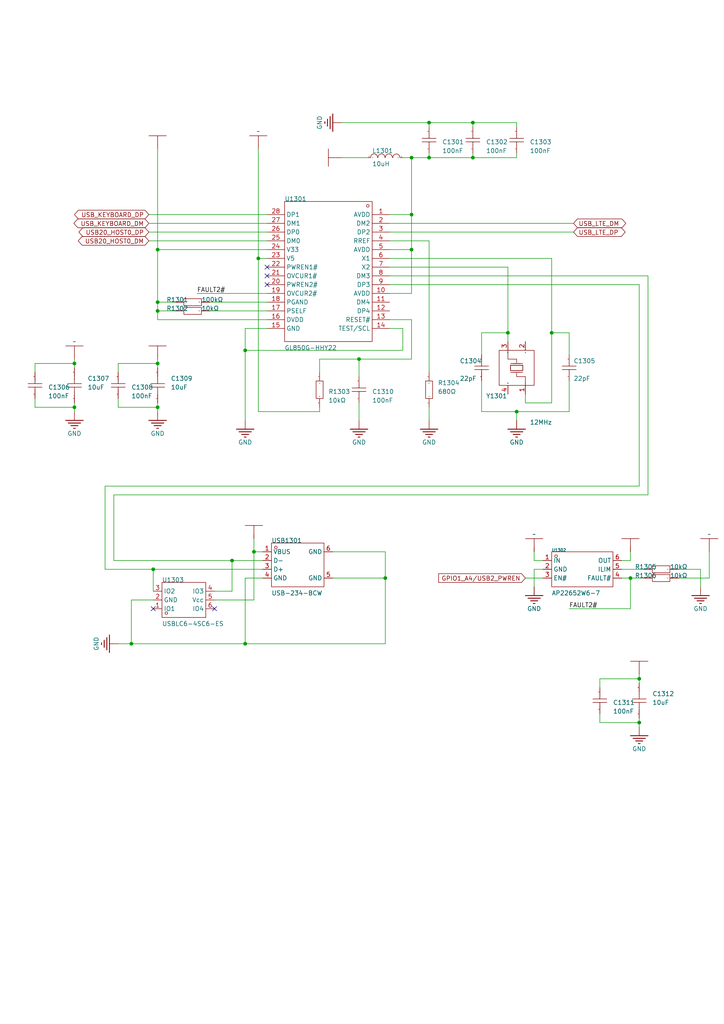
<source format=kicad_sch>
(kicad_sch (version 20250114) (generator "eeschema") (generator_version "9.0")
  (paper "A4" portrait)
  (lib_symbols
    (symbol "mainboard:0402B104K250NT"
      (property "Reference" "C" (at 0 0 0))
      (symbol "0402B104K250NT_1_0"
        (polyline (pts (xy -1.27 0) (xy -0.508 0)))
        (polyline (pts (xy -0.508 2.032) (xy -0.508 -2.032)))
        (polyline (pts (xy 0.508 2.032) (xy 0.508 -2.032)))
        (polyline (pts (xy 0.508 0) (xy 1.27 0)))
        (pin input line (at -3.81 0 0) (length 2.54) (name "1") (number "1"))
        (pin input line (at 3.81 0 180) (length 2.54) (name "2") (number "2"))
      )
    )
    (symbol "mainboard:0603WAF1002T5E"
      (symbol "0603WAF1002T5E_1_0"
        (rectangle (start -2.54 -1.016) (end 2.54 1.016))
        (pin input line (at -5.08 0 0) (length 2.54) (name "1") (number "1"))
        (pin input line (at 5.08 0 180) (length 2.54) (name "2") (number "2"))
      )
    )
    (symbol "mainboard:0603WAF1003T5E"
      (property "Reference" "R" (at 0 0 0))
      (symbol "0603WAF1003T5E_1_0"
        (rectangle (start -2.54 -1.016) (end 2.54 1.016))
        (pin input line (at -5.08 0 0) (length 2.54) (name "1") (number "1"))
        (pin input line (at 5.08 0 180) (length 2.54) (name "2") (number "2"))
      )
    )
    (symbol "mainboard:0603WAF6800T5E"
      (property "Reference" "R" (at 0 0 0))
      (symbol "0603WAF6800T5E_1_0"
        (rectangle (start -2.54 -1.016) (end 2.54 1.016))
        (pin input line (at -5.08 0 0) (length 2.54) (name "1") (number "1"))
        (pin input line (at 5.08 0 180) (length 2.54) (name "2") (number "2"))
      )
    )
    (symbol "mainboard:AP22652W6-7"
      (property "Reference" "U" (at 0 0 0))
      (symbol "AP22652W6-7_1_0"
        (rectangle (start -8.89 -5.08) (end 8.89 5.08))
        (circle (center -7.62 3.81) (radius 0.381))
        (pin input line (at -11.43 2.54 0) (length 2.54) (name "IN") (number "1"))
        (pin input line (at -11.43 0 0) (length 2.54) (name "GND") (number "2"))
        (pin input line (at -11.43 -2.54 0) (length 2.54) (name "EN#") (number "3"))
        (pin input line (at 11.43 2.54 180) (length 2.54) (name "OUT") (number "6"))
        (pin input line (at 11.43 0 180) (length 2.54) (name "ILIM") (number "5"))
        (pin input line (at 11.43 -2.54 180) (length 2.54) (name "FAULT#") (number "4"))
      )
    )
    (symbol "mainboard:CC0603JRNPO9BN220"
      (property "Reference" "C" (at 0 0 0))
      (symbol "CC0603JRNPO9BN220_1_0"
        (polyline (pts (xy -1.27 0) (xy -0.508 0)))
        (polyline (pts (xy -0.508 2.032) (xy -0.508 -2.032)))
        (polyline (pts (xy 0.508 2.032) (xy 0.508 -2.032)))
        (polyline (pts (xy 0.508 0) (xy 1.27 0)))
        (pin input line (at -3.81 0 0) (length 2.54) (name "1") (number "1"))
        (pin input line (at 3.81 0 180) (length 2.54) (name "2") (number "2"))
      )
    )
    (symbol "mainboard:CL10A106MA8NRNC"
      (property "Reference" "C" (at 0 0 0))
      (symbol "CL10A106MA8NRNC_1_0"
        (polyline (pts (xy -0.508 0) (xy -2.54 0)))
        (polyline (pts (xy -0.508 -2.032) (xy -0.508 2.032)))
        (polyline (pts (xy 0.508 2.032) (xy 0.508 -2.032)))
        (polyline (pts (xy 2.54 0) (xy 0.508 0)))
        (pin input line (at -5.08 0 0) (length 2.54) (name "1") (number "1"))
        (pin input line (at 5.08 0 180) (length 2.54) (name "2") (number "2"))
      )
    )
    (symbol "mainboard:GL850G-HHY22"
      (property "Reference" "U" (at 0 0 0))
      (symbol "GL850G-HHY22_1_0"
        (rectangle (start -12.7 -20.32) (end 12.7 20.32))
        (circle (center -11.43 19.05) (radius 0.381))
        (pin unspecified line (at -17.78 16.51 0) (length 5.08) (name "AVDD") (number "1"))
        (pin unspecified line (at -17.78 13.97 0) (length 5.08) (name "DM2") (number "2"))
        (pin unspecified line (at -17.78 11.43 0) (length 5.08) (name "DP2") (number "3"))
        (pin unspecified line (at -17.78 8.89 0) (length 5.08) (name "RREF") (number "4"))
        (pin unspecified line (at -17.78 6.35 0) (length 5.08) (name "AVDD") (number "5"))
        (pin unspecified line (at -17.78 3.81 0) (length 5.08) (name "X1") (number "6"))
        (pin unspecified line (at -17.78 1.27 0) (length 5.08) (name "X2") (number "7"))
        (pin unspecified line (at -17.78 -1.27 0) (length 5.08) (name "DM3") (number "8"))
        (pin unspecified line (at -17.78 -3.81 0) (length 5.08) (name "DP3") (number "9"))
        (pin unspecified line (at -17.78 -6.35 0) (length 5.08) (name "AVDD") (number "10"))
        (pin unspecified line (at -17.78 -8.89 0) (length 5.08) (name "DM4") (number "11"))
        (pin unspecified line (at -17.78 -11.43 0) (length 5.08) (name "DP4") (number "12"))
        (pin unspecified line (at -17.78 -13.97 0) (length 5.08) (name "RESET#") (number "13"))
        (pin unspecified line (at -17.78 -16.51 0) (length 5.08) (name "TEST/SCL") (number "14"))
        (pin unspecified line (at 17.78 16.51 180) (length 5.08) (name "DP1") (number "28"))
        (pin unspecified line (at 17.78 13.97 180) (length 5.08) (name "DM1") (number "27"))
        (pin unspecified line (at 17.78 11.43 180) (length 5.08) (name "DP0") (number "26"))
        (pin unspecified line (at 17.78 8.89 180) (length 5.08) (name "DM0") (number "25"))
        (pin unspecified line (at 17.78 6.35 180) (length 5.08) (name "V33") (number "24"))
        (pin unspecified line (at 17.78 3.81 180) (length 5.08) (name "V5") (number "23"))
        (pin unspecified line (at 17.78 1.27 180) (length 5.08) (name "PWREN1#") (number "22"))
        (pin unspecified line (at 17.78 -1.27 180) (length 5.08) (name "OVCUR1#") (number "21"))
        (pin unspecified line (at 17.78 -3.81 180) (length 5.08) (name "PWREN2#") (number "20"))
        (pin unspecified line (at 17.78 -6.35 180) (length 5.08) (name "OVCUR2#") (number "19"))
        (pin unspecified line (at 17.78 -8.89 180) (length 5.08) (name "PGAND") (number "18"))
        (pin unspecified line (at 17.78 -11.43 180) (length 5.08) (name "PSELF") (number "17"))
        (pin unspecified line (at 17.78 -13.97 180) (length 5.08) (name "DVDD") (number "16"))
        (pin unspecified line (at 17.78 -16.51 180) (length 5.08) (name "GND") (number "15"))
      )
    )
    (symbol "mainboard:Ground-GND" (power) (pin_numbers (hide yes)) (pin_names (hide yes))
      (property "Value" "GND" (at 0 -6.35 0))
      (symbol "Ground-GND_1_0"
        (polyline (pts (xy -2.54 -2.54) (xy 2.54 -2.54)) (stroke (width 0.254)))
        (polyline (pts (xy -1.778 -3.302) (xy 1.778 -3.302)) (stroke (width 0.254)))
        (polyline (pts (xy -1.016 -4.064) (xy 1.016 -4.064)) (stroke (width 0.254)))
        (polyline (pts (xy -0.254 -4.826) (xy 0.254 -4.826)) (stroke (width 0.254)))
        (pin power_in line (at 0 0 270) (length 2.54) (name "") (number "1"))
      )
    )
    (symbol "mainboard:Power-5V" (power) (pin_numbers (hide yes)) (pin_names (hide yes))
      (symbol "Power-5V_1_0"
        (polyline (pts (xy -2.54 3.81) (xy 2.54 3.81)))
        (polyline (pts (xy 0 3.81) (xy 0 1.27)))
        (pin power_in line (at 0 0 90) (length 1.27) (name "+5V_CURR2") (number "1"))
      )
    )
    (symbol "mainboard:SWPA3015S100MT"
      (property "Reference" "L" (at 0 0 0))
      (symbol "SWPA3015S100MT_1_0"
        (polyline (pts (xy -4.2672 0) (xy -4.2164 0.4318) (xy -4.2164 0.4318) (xy -4.0132 0.7874) (xy -4.0132 0.7874) (xy -3.6576 1.016) (xy -3.6576 1.016) (xy -3.2512 1.0922) (xy -3.2512 1.0922) (xy -2.8702 1.016) (xy -2.8702 1.016) (xy -2.5146 0.7874) (xy -2.5146 0.7874) (xy -2.3114 0.4064) (xy -2.3114 0.4064) (xy -2.2606 0)))
        (polyline (pts (xy -2.1082 0) (xy -2.0828 0.4318) (xy -2.0828 0.4318) (xy -1.8542 0.7874) (xy -1.8542 0.7874) (xy -1.524 1.016) (xy -1.524 1.016) (xy -1.1176 1.0922) (xy -1.1176 1.0922) (xy -0.7112 1.016) (xy -0.7112 1.016) (xy -0.3556 0.7874) (xy -0.3556 0.7874) (xy -0.1524 0.4318) (xy -0.1524 0.4318) (xy -0.1016 0)))
        (polyline (pts (xy 0 0) (xy 0.0508 0.4318) (xy 0.0508 0.4318) (xy 0.2794 0.7874) (xy 0.2794 0.7874) (xy 0.6096 1.016) (xy 0.6096 1.016) (xy 1.016 1.0922) (xy 1.016 1.0922) (xy 1.4224 1.016) (xy 1.4224 1.016) (xy 1.7526 0.7874) (xy 1.7526 0.7874) (xy 1.9812 0.4318) (xy 1.9812 0.4318) (xy 2.032 0)))
        (polyline (pts (xy 2.2098 0) (xy 2.2606 0.4064) (xy 2.2606 0.4064) (xy 2.4638 0.762) (xy 2.4638 0.762) (xy 2.8194 0.9906) (xy 2.8194 0.9906) (xy 3.2004 1.0922) (xy 3.2004 1.0922) (xy 3.6068 0.9906) (xy 3.6068 0.9906) (xy 3.9624 0.762) (xy 3.9624 0.762) (xy 4.1656 0.4064) (xy 4.1656 0.4064) (xy 4.2164 0)))
        (pin unspecified line (at -5.08 0 0) (length 0.762) (name "1") (number "1"))
        (pin unspecified line (at 5.08 0 180) (length 0.762) (name "2") (number "2"))
      )
    )
    (symbol "mainboard:USB-234-BCW"
      (property "Reference" "USB" (at 0 0 0))
      (symbol "USB-234-BCW_1_0"
        (rectangle (start -7.62 -5.08) (end 7.62 7.62))
        (circle (center -6.35 6.35) (radius 0.381))
        (pin input line (at -10.16 5.08 0) (length 2.54) (name "VBUS") (number "1"))
        (pin input line (at -10.16 2.54 0) (length 2.54) (name "D-") (number "2"))
        (pin input line (at -10.16 0 0) (length 2.54) (name "D+") (number "3"))
        (pin input line (at -10.16 -2.54 0) (length 2.54) (name "GND") (number "4"))
        (pin input line (at 10.16 5.08 180) (length 2.54) (name "GND") (number "6"))
        (pin input line (at 10.16 -2.54 180) (length 2.54) (name "GND") (number "5"))
      )
    )
    (symbol "mainboard:USBLC6-4SC6-ES"
      (property "Reference" "U" (at 0 0 0))
      (symbol "USBLC6-4SC6-ES_1_0"
        (rectangle (start -6.35 -5.08) (end 6.35 5.08))
        (circle (center -5.08 3.81) (radius 0.381))
        (pin unspecified line (at -8.89 2.54 0) (length 2.54) (name "IO1") (number "1"))
        (pin unspecified line (at -8.89 0 0) (length 2.54) (name "GND") (number "2"))
        (pin unspecified line (at -8.89 -2.54 0) (length 2.54) (name "IO2") (number "3"))
        (pin unspecified line (at 8.89 2.54 180) (length 2.54) (name "IO4") (number "6"))
        (pin unspecified line (at 8.89 0 180) (length 2.54) (name "Vcc") (number "5"))
        (pin unspecified line (at 8.89 -2.54 180) (length 2.54) (name "IO3") (number "4"))
      )
    )
    (symbol "mainboard:X322512MSB4SI"
      (property "Reference" "X" (at 0 0 0))
      (symbol "X322512MSB4SI_1_0"
        (polyline (pts (xy -5.08 -2.54) (xy -2.54 -2.54) (xy -2.54 -2.54) (xy -2.54 0) (xy -2.54 0) (xy -1.524 0)))
        (rectangle (start -5.08 -5.08) (end 5.08 5.08))
        (polyline (pts (xy -1.27 -1.016) (xy -1.27 1.016)))
        (polyline (pts (xy -1.27 -1.778) (xy -1.27 1.778)))
        (polyline (pts (xy -0.762 -1.778) (xy -0.762 1.778) (xy -0.762 1.778) (xy 0.762 1.778) (xy 0.762 1.778) (xy 0.762 -1.778)))
        (polyline (pts (xy 0.762 1.778) (xy 0.762 -1.778) (xy 0.762 -1.778) (xy -0.762 -1.778) (xy -0.762 -1.778) (xy -0.762 1.778) (xy -0.762 1.778) (xy 0.762 1.778)))
        (polyline (pts (xy 0.762 -1.778) (xy -0.762 -1.778)))
        (polyline (pts (xy 1.27 -1.016) (xy 1.27 1.016)))
        (polyline (pts (xy 1.27 -1.778) (xy 1.27 1.778)))
        (polyline (pts (xy 5.08 2.54) (xy 2.54 2.54) (xy 2.54 2.54) (xy 2.54 0) (xy 2.54 0) (xy 1.524 0)))
        (pin unspecified line (at -7.62 2.54 0) (length 2.54) (name "GND") (number "4"))
        (pin unspecified line (at -7.62 -2.54 0) (length 2.54) (name "OSC1") (number "1"))
        (pin unspecified line (at 7.62 2.54 180) (length 2.54) (name "OSC2") (number "3"))
        (pin unspecified line (at 7.62 -2.54 180) (length 2.54) (name "GND") (number "2"))
      )
    )
  )
  (junction (at 119.38 62.23))
  (junction (at 137.16 45.72))
  (junction (at 104.14 104.14))
  (junction (at 67.31 162.56))
  (junction (at 45.72 118.11))
  (junction (at 74.93 74.93))
  (junction (at 137.16 35.56))
  (junction (at 44.45 165.1))
  (junction (at 185.42 209.55))
  (junction (at 45.72 90.17))
  (junction (at 45.72 87.63))
  (junction (at 147.32 96.52))
  (junction (at 182.88 167.64))
  (junction (at 21.59 105.41))
  (junction (at 73.66 160.02))
  (junction (at 160.02 96.52))
  (junction (at 119.38 45.72))
  (junction (at 71.12 101.6))
  (junction (at 111.76 167.64))
  (junction (at 124.46 45.72))
  (junction (at 71.12 186.69))
  (junction (at 185.42 196.85))
  (junction (at 149.86 119.38))
  (junction (at 124.46 35.56))
  (junction (at 21.59 118.11))
  (junction (at 119.38 72.39))
  (junction (at 45.72 72.39))
  (junction (at 45.72 105.41))
  (junction (at 38.1 186.69))
  (no_connect (at 44.45 176.53))
  (no_connect (at 77.47 80.01))
  (no_connect (at 62.23 176.53))
  (no_connect (at 77.47 82.55))
  (no_connect (at 77.47 77.47))
  (wire (pts (xy 33.02 143.51) (xy 187.96 143.51)))
  (wire (pts (xy 173.99 209.55) (xy 185.42 209.55)))
  (wire (pts (xy 187.96 80.01) (xy 113.03 80.01)))
  (wire (pts (xy 119.38 62.23) (xy 119.38 72.39)))
  (wire (pts (xy 113.03 67.31) (xy 166.37 67.31)))
  (wire (pts (xy 73.66 173.99) (xy 62.23 173.99)))
  (wire (pts (xy 73.66 160.02) (xy 76.2 160.02)))
  (wire (pts (xy 73.66 160.02) (xy 73.66 156.21)))
  (wire (pts (xy 165.1 96.52) (xy 165.1 102.87)))
  (wire (pts (xy 21.59 104.14) (xy 21.59 105.41)))
  (wire (pts (xy 34.29 115.57) (xy 34.29 118.11)))
  (wire (pts (xy 30.48 165.1) (xy 44.45 165.1)))
  (wire (pts (xy 45.72 87.63) (xy 50.8 87.63)))
  (wire (pts (xy 113.03 69.85) (xy 124.46 69.85)))
  (wire (pts (xy 77.47 95.25) (xy 71.12 95.25)))
  (wire (pts (xy 111.76 167.64) (xy 111.76 186.69)))
  (wire (pts (xy 92.71 119.38) (xy 92.71 118.11)))
  (wire (pts (xy 196.85 167.64) (xy 205.74 167.64)))
  (wire (pts (xy 34.29 105.41) (xy 34.29 107.95)))
  (wire (pts (xy 147.32 96.52) (xy 139.7 96.52)))
  (wire (pts (xy 160.02 96.52) (xy 160.02 116.84)))
  (wire (pts (xy 182.88 167.64) (xy 182.88 176.53)))
  (wire (pts (xy 30.48 140.97) (xy 30.48 165.1)))
  (wire (pts (xy 137.16 45.72) (xy 124.46 45.72)))
  (wire (pts (xy 45.72 90.17) (xy 50.8 90.17)))
  (wire (pts (xy 185.42 196.85) (xy 185.42 195.58)))
  (wire (pts (xy 116.84 101.6) (xy 116.84 95.25)))
  (wire (pts (xy 187.96 143.51) (xy 187.96 80.01)))
  (wire (pts (xy 38.1 173.99) (xy 38.1 186.69)))
  (wire (pts (xy 147.32 96.52) (xy 147.32 99.06)))
  (wire (pts (xy 71.12 186.69) (xy 38.1 186.69)))
  (wire (pts (xy 111.76 160.02) (xy 111.76 167.64)))
  (wire (pts (xy 33.02 143.51) (xy 33.02 162.56)))
  (wire (pts (xy 21.59 106.68) (xy 21.59 105.41)))
  (wire (pts (xy 60.96 90.17) (xy 77.47 90.17)))
  (wire (pts (xy 165.1 119.38) (xy 165.1 110.49)))
  (wire (pts (xy 147.32 77.47) (xy 147.32 96.52)))
  (wire (pts (xy 196.85 165.1) (xy 203.2 165.1)))
  (wire (pts (xy 137.16 35.56) (xy 137.16 36.83)))
  (wire (pts (xy 119.38 62.23) (xy 113.03 62.23)))
  (wire (pts (xy 99.06 45.72) (xy 106.68 45.72)))
  (wire (pts (xy 154.94 165.1) (xy 154.94 170.18)))
  (wire (pts (xy 160.02 74.93) (xy 160.02 96.52)))
  (wire (pts (xy 45.72 90.17) (xy 45.72 92.71)))
  (wire (pts (xy 73.66 173.99) (xy 73.66 160.02)))
  (wire (pts (xy 149.86 45.72) (xy 137.16 45.72)))
  (wire (pts (xy 45.72 119.38) (xy 45.72 118.11)))
  (wire (pts (xy 21.59 119.38) (xy 21.59 118.11)))
  (wire (pts (xy 137.16 44.45) (xy 137.16 45.72)))
  (wire (pts (xy 71.12 167.64) (xy 71.12 186.69)))
  (wire (pts (xy 74.93 74.93) (xy 77.47 74.93)))
  (wire (pts (xy 74.93 119.38) (xy 92.71 119.38)))
  (wire (pts (xy 185.42 82.55) (xy 185.42 140.97)))
  (wire (pts (xy 203.2 165.1) (xy 203.2 170.18)))
  (wire (pts (xy 119.38 92.71) (xy 113.03 92.71)))
  (wire (pts (xy 21.59 116.84) (xy 21.59 118.11)))
  (wire (pts (xy 74.93 119.38) (xy 74.93 74.93)))
  (wire (pts (xy 116.84 95.25) (xy 113.03 95.25)))
  (wire (pts (xy 67.31 162.56) (xy 67.31 171.45)))
  (wire (pts (xy 21.59 105.41) (xy 10.16 105.41)))
  (wire (pts (xy 116.84 101.6) (xy 71.12 101.6)))
  (wire (pts (xy 119.38 72.39) (xy 113.03 72.39)))
  (wire (pts (xy 173.99 196.85) (xy 185.42 196.85)))
  (wire (pts (xy 33.02 162.56) (xy 67.31 162.56)))
  (wire (pts (xy 76.2 162.56) (xy 67.31 162.56)))
  (wire (pts (xy 45.72 72.39) (xy 45.72 87.63)))
  (wire (pts (xy 10.16 115.57) (xy 10.16 118.11)))
  (wire (pts (xy 76.2 167.64) (xy 71.12 167.64)))
  (wire (pts (xy 45.72 104.14) (xy 45.72 105.41)))
  (wire (pts (xy 173.99 209.55) (xy 173.99 207.01)))
  (wire (pts (xy 186.69 165.1) (xy 180.34 165.1)))
  (wire (pts (xy 104.14 104.14) (xy 92.71 104.14)))
  (wire (pts (xy 111.76 167.64) (xy 96.52 167.64)))
  (wire (pts (xy 119.38 62.23) (xy 119.38 45.72)))
  (wire (pts (xy 77.47 85.09) (xy 57.15 85.09)))
  (wire (pts (xy 77.47 64.77) (xy 43.18 64.77)))
  (wire (pts (xy 186.69 167.64) (xy 182.88 167.64)))
  (wire (pts (xy 104.14 116.84) (xy 104.14 121.92)))
  (wire (pts (xy 34.29 186.69) (xy 38.1 186.69)))
  (wire (pts (xy 43.18 67.31) (xy 77.47 67.31)))
  (wire (pts (xy 104.14 104.14) (xy 119.38 104.14)))
  (wire (pts (xy 43.18 69.85) (xy 77.47 69.85)))
  (wire (pts (xy 124.46 69.85) (xy 124.46 107.95)))
  (wire (pts (xy 205.74 167.64) (xy 205.74 160.02)))
  (wire (pts (xy 160.02 116.84) (xy 152.4 116.84)))
  (wire (pts (xy 137.16 35.56) (xy 124.46 35.56)))
  (wire (pts (xy 119.38 104.14) (xy 119.38 92.71)))
  (wire (pts (xy 149.86 119.38) (xy 165.1 119.38)))
  (wire (pts (xy 45.72 116.84) (xy 45.72 118.11)))
  (wire (pts (xy 124.46 35.56) (xy 99.06 35.56)))
  (wire (pts (xy 71.12 101.6) (xy 71.12 95.25)))
  (wire (pts (xy 113.03 82.55) (xy 185.42 82.55)))
  (wire (pts (xy 149.86 35.56) (xy 137.16 35.56)))
  (wire (pts (xy 139.7 119.38) (xy 139.7 110.49)))
  (wire (pts (xy 44.45 171.45) (xy 44.45 165.1)))
  (wire (pts (xy 119.38 72.39) (xy 119.38 85.09)))
  (wire (pts (xy 173.99 196.85) (xy 173.99 199.39)))
  (wire (pts (xy 149.86 44.45) (xy 149.86 45.72)))
  (wire (pts (xy 157.48 162.56) (xy 154.94 162.56)))
  (wire (pts (xy 182.88 167.64) (xy 180.34 167.64)))
  (wire (pts (xy 113.03 74.93) (xy 160.02 74.93)))
  (wire (pts (xy 149.86 36.83) (xy 149.86 35.56)))
  (wire (pts (xy 104.14 109.22) (xy 104.14 104.14)))
  (wire (pts (xy 180.34 162.56) (xy 182.88 162.56)))
  (wire (pts (xy 92.71 104.14) (xy 92.71 107.95)))
  (wire (pts (xy 45.72 92.71) (xy 77.47 92.71)))
  (wire (pts (xy 154.94 162.56) (xy 154.94 160.02)))
  (wire (pts (xy 113.03 64.77) (xy 166.37 64.77)))
  (wire (pts (xy 119.38 45.72) (xy 116.84 45.72)))
  (wire (pts (xy 62.23 171.45) (xy 67.31 171.45)))
  (wire (pts (xy 185.42 196.85) (xy 185.42 198.12)))
  (wire (pts (xy 21.59 118.11) (xy 10.16 118.11)))
  (wire (pts (xy 74.93 74.93) (xy 74.93 43.18)))
  (wire (pts (xy 157.48 165.1) (xy 154.94 165.1)))
  (wire (pts (xy 111.76 160.02) (xy 96.52 160.02)))
  (wire (pts (xy 182.88 176.53) (xy 165.1 176.53)))
  (wire (pts (xy 139.7 96.52) (xy 139.7 102.87)))
  (wire (pts (xy 182.88 162.56) (xy 182.88 160.02)))
  (wire (pts (xy 124.46 45.72) (xy 124.46 44.45)))
  (wire (pts (xy 124.46 35.56) (xy 124.46 36.83)))
  (wire (pts (xy 139.7 119.38) (xy 149.86 119.38)))
  (wire (pts (xy 111.76 186.69) (xy 71.12 186.69)))
  (wire (pts (xy 185.42 209.55) (xy 185.42 210.82)))
  (wire (pts (xy 71.12 121.92) (xy 71.12 101.6)))
  (wire (pts (xy 45.72 87.63) (xy 45.72 90.17)))
  (wire (pts (xy 45.72 105.41) (xy 45.72 106.68)))
  (wire (pts (xy 76.2 165.1) (xy 44.45 165.1)))
  (wire (pts (xy 119.38 85.09) (xy 113.03 85.09)))
  (wire (pts (xy 34.29 105.41) (xy 45.72 105.41)))
  (wire (pts (xy 152.4 116.84) (xy 152.4 114.3)))
  (wire (pts (xy 124.46 45.72) (xy 119.38 45.72)))
  (wire (pts (xy 38.1 173.99) (xy 44.45 173.99)))
  (wire (pts (xy 185.42 208.28) (xy 185.42 209.55)))
  (wire (pts (xy 45.72 72.39) (xy 45.72 43.18)))
  (wire (pts (xy 34.29 118.11) (xy 45.72 118.11)))
  (wire (pts (xy 10.16 107.95) (xy 10.16 105.41)))
  (wire (pts (xy 149.86 121.92) (xy 149.86 119.38)))
  (wire (pts (xy 165.1 96.52) (xy 160.02 96.52)))
  (wire (pts (xy 45.72 72.39) (xy 77.47 72.39)))
  (wire (pts (xy 124.46 118.11) (xy 124.46 121.92)))
  (wire (pts (xy 60.96 87.63) (xy 77.47 87.63)))
  (wire (pts (xy 77.47 62.23) (xy 43.18 62.23)))
  (wire (pts (xy 185.42 140.97) (xy 30.48 140.97)))
  (wire (pts (xy 113.03 77.47) (xy 147.32 77.47)))
  (wire (pts (xy 152.4 167.64) (xy 157.48 167.64)))
  (label "FAULT2#" (at 165.1 176.53 0))
  (label "FAULT2#" (at 57.15 85.09 0))
  (global_label "USB_KEYBOARD_DM" (shape bidirectional) (at 43.18 64.77 180) (property "Intersheetrefs" "${INTERSHEET_REFS}" (effects (hide yes))))
  (global_label "USB20_HOST0_DP" (shape bidirectional) (at 43.18 67.31 180) (property "Intersheetrefs" "${INTERSHEET_REFS}" (effects (hide yes))))
  (global_label "USB20_HOST0_DM" (shape bidirectional) (at 43.18 69.85 180) (property "Intersheetrefs" "${INTERSHEET_REFS}" (effects (hide yes))))
  (global_label "USB_KEYBOARD_DP" (shape bidirectional) (at 43.18 62.23 180) (property "Intersheetrefs" "${INTERSHEET_REFS}" (effects (hide yes))))
  (global_label "USB_LTE_DP" (shape bidirectional) (at 166.37 67.31 0) (property "Intersheetrefs" "${INTERSHEET_REFS}" (effects (hide yes))))
  (global_label "GPIO1_A4/USB2_PWREN" (shape input) (at 152.4 167.64 180) (property "Intersheetrefs" "${INTERSHEET_REFS}" (effects (hide yes))))
  (global_label "USB_LTE_DM" (shape bidirectional) (at 166.37 64.77 0) (property "Intersheetrefs" "${INTERSHEET_REFS}" (effects (hide yes))))
  (symbol (lib_id "mainboard:Ground-GND") (at 149.86 121.92 0) (unit 1)
    (property "Reference" "#PWR01312" (effects (hide yes)))
    (property "Value" "GND" (at 149.86 128.27 0))
    (property "Footprint" "mainboard:" (effects (hide yes)))
  )
  (symbol (lib_id "mainboard:0603WAF1002T5E") (at 191.77 165.1 180) (unit 1)
    (property "Reference" "R1305" (at 184.15 165.1 0) (effects (justify right top)))
    (property "Value" "10kΩ" (at 194.31 165.1 0) (effects (justify right top)))
    (property "Footprint" "mainboard:R0603" (effects (hide yes)))
    (property "Datasheet" "https://atta.szlcsc.com/upload/public/pdf/source/20200306/C422600_1E6D84923E4A46A82E41ADD87F860B5C.pdf" (effects (hide yes)))
    (property "Description" "Type:Thick Film Resistors Resistance:10kΩ Tolerance:±1% Tolerance:±1% Power(Watts): Overload Voltage (Max): Temperature Coefficient:±100ppm/°C Temperature Coefficient:±100ppm/°C Operating Temperature Range:-55°C~+155°C Operating Temperature Range:-55°C~+155°C" (effects (hide yes)))
    (property "Manufacturer Part" "0603WAF1002T5E" (effects (hide yes)))
    (property "Manufacturer" "UNI-ROYAL(厚声)" (effects (hide yes)))
    (property "Supplier Part" "C25804" (effects (hide yes)))
    (property "Supplier" "LCSC" (effects (hide yes)))
    (property "LCSC Part Name" "厚膜电阻 10kΩ ±1% 100mW" (effects (hide yes)))
  )
  (symbol (lib_id "mainboard:Ground-GND") (at 99.06 35.56 270) (unit 1)
    (property "Reference" "#PWR01301" (effects (hide yes)))
    (property "Value" "GND" (at 92.71 35.56 0))
    (property "Footprint" "mainboard:" (effects (hide yes)))
  )
  (symbol (lib_id "mainboard:0402B104K250NT") (at 104.14 113.03 90) (unit 1)
    (property "Reference" "C1310" (at 107.95 114.3 90) (effects (justify right top)))
    (property "Value" "100nF" (at 107.95 116.84 90) (effects (justify right top)))
    (property "Footprint" "mainboard:C0402" (effects (hide yes)))
    (property "Datasheet" "https://atta.szlcsc.com/upload/public/pdf/source/20200305/C486355_26A10D38EF8C2A5C37091D0039909270.pdf" (effects (hide yes)))
    (property "Description" "Capacitance:100nF Tolerance:±10% Tolerance:±10% Voltage Rated: Temperature Coefficient:" (effects (hide yes)))
    (property "Manufacturer Part" "0402B104K250NT" (effects (hide yes)))
    (property "Manufacturer" "FH(风华)" (effects (hide yes)))
    (property "Supplier Part" "C56392" (effects (hide yes)))
    (property "Supplier" "LCSC" (effects (hide yes)))
    (property "LCSC Part Name" "100nF ±10% 25V" (effects (hide yes)))
  )
  (symbol (lib_id "mainboard:CL10A106MA8NRNC") (at 45.72 111.76 90) (unit 1)
    (property "Reference" "C1309" (at 49.53 110.49 90) (effects (justify right top)))
    (property "Value" "10uF" (at 49.53 113.03 90) (effects (justify right top)))
    (property "Footprint" "mainboard:C0603" (effects (hide yes)))
    (property "Datasheet" "https://atta.szlcsc.com/upload/public/pdf/source/20160218/1457707763339.pdf" (effects (hide yes)))
    (property "Description" "Capacitance: Tolerance:±20% Tolerance:±20% Voltage Rated: Temperature Coefficient:" (effects (hide yes)))
    (property "Manufacturer Part" "CL10A106MA8NRNC" (effects (hide yes)))
    (property "Manufacturer" "SAMSUNG(三星)" (effects (hide yes)))
    (property "Supplier Part" "C96446" (effects (hide yes)))
    (property "Supplier" "LCSC" (effects (hide yes)))
    (property "LCSC Part Name" "10uF ±20% 25V" (effects (hide yes)))
  )
  (symbol (lib_id "mainboard:Power-5V") (at 185.42 195.58 0) (unit 1)
    (property "Reference" "#PWR01320" (effects (hide yes)))
    (property "Value" "+5V_CURR2" (effects (hide yes)))
    (property "Footprint" "mainboard:" (effects (hide yes)))
    (property "Description" "Power-5V" (effects (hide yes)))
  )
  (symbol (lib_id "mainboard:Ground-GND") (at 124.46 121.92 0) (unit 1)
    (property "Reference" "#PWR01311" (effects (hide yes)))
    (property "Value" "GND" (at 124.46 128.27 0))
    (property "Footprint" "mainboard:" (effects (hide yes)))
  )
  (symbol (lib_id "mainboard:Power-5V") (at 21.59 104.14 0) (unit 1)
    (property "Reference" "#PWR01305" (effects (hide yes)))
    (property "Value" "~" (at 21.59 99.06 0))
    (property "Footprint" "mainboard:" (effects (hide yes)))
    (property "Description" "Power-5V" (effects (hide yes)))
  )
  (symbol (lib_id "mainboard:Power-5V") (at 205.74 160.02 0) (unit 1)
    (property "Reference" "#PWR01316" (effects (hide yes)))
    (property "Value" "~" (at 205.74 154.94 0))
    (property "Footprint" "mainboard:" (effects (hide yes)))
    (property "Description" "Power-5V" (effects (hide yes)))
  )
  (symbol (lib_id "mainboard:Power-5V") (at 154.94 160.02 0) (unit 1)
    (property "Reference" "#PWR01314" (effects (hide yes)))
    (property "Value" "~" (at 154.94 154.94 0))
    (property "Footprint" "mainboard:" (effects (hide yes)))
    (property "Description" "Power-5V" (effects (hide yes)))
  )
  (symbol (lib_id "mainboard:Power-5V") (at 99.06 45.72 90) (unit 1)
    (property "Reference" "#PWR01304" (effects (hide yes)))
    (property "Value" "+3.3V" (effects (hide yes)))
    (property "Footprint" "mainboard:" (effects (hide yes)))
    (property "Description" "Power-5V" (effects (hide yes)))
  )
  (symbol (lib_id "mainboard:Ground-GND") (at 45.72 119.38 0) (unit 1)
    (property "Reference" "#PWR01308" (effects (hide yes)))
    (property "Value" "GND" (at 45.72 125.73 0))
    (property "Footprint" "mainboard:" (effects (hide yes)))
  )
  (symbol (lib_id "mainboard:0402B104K250NT") (at 34.29 111.76 90) (unit 1)
    (property "Reference" "C1308" (at 38.1 113.03 90) (effects (justify right top)))
    (property "Value" "100nF" (at 38.1 115.57 90) (effects (justify right top)))
    (property "Footprint" "mainboard:C0402" (effects (hide yes)))
    (property "Datasheet" "https://atta.szlcsc.com/upload/public/pdf/source/20200305/C486355_26A10D38EF8C2A5C37091D0039909270.pdf" (effects (hide yes)))
    (property "Description" "Capacitance:100nF Tolerance:±10% Tolerance:±10% Voltage Rated: Temperature Coefficient:" (effects (hide yes)))
    (property "Manufacturer Part" "0402B104K250NT" (effects (hide yes)))
    (property "Manufacturer" "FH(风华)" (effects (hide yes)))
    (property "Supplier Part" "C56392" (effects (hide yes)))
    (property "Supplier" "LCSC" (effects (hide yes)))
    (property "LCSC Part Name" "100nF ±10% 25V" (effects (hide yes)))
  )
  (symbol (lib_id "mainboard:0603WAF6800T5E") (at 124.46 113.03 90) (unit 1)
    (property "Reference" "R1304" (at 127 111.76 90) (effects (justify right top)))
    (property "Value" "680Ω" (at 127 114.3 90) (effects (justify right top)))
    (property "Footprint" "mainboard:R0603" (effects (hide yes)))
    (property "Datasheet" "https://atta.szlcsc.com/upload/public/pdf/source/20200306/C422600_1E6D84923E4A46A82E41ADD87F860B5C.pdf" (effects (hide yes)))
    (property "Description" "Type:Thick Film Resistors Resistance: Tolerance:±1% Tolerance:±1% Power(Watts): Overload Voltage (Max): Temperature Coefficient:±100ppm/°C Temperature Coefficient:±100ppm/°C Operating Temperature Range:-55°C~+155°C Operating Temperature Range:-55°C~+155°C" (effects (hide yes)))
    (property "Manufacturer Part" "0603WAF6800T5E" (effects (hide yes)))
    (property "Manufacturer" "UNI-ROYAL(厚声)" (effects (hide yes)))
    (property "Supplier Part" "C23228" (effects (hide yes)))
    (property "Supplier" "LCSC" (effects (hide yes)))
    (property "LCSC Part Name" "680Ω ±1% 100mW 厚膜电阻" (effects (hide yes)))
  )
  (symbol (lib_id "mainboard:0402B104K250NT") (at 173.99 203.2 90) (unit 1)
    (property "Reference" "C1311" (at 177.8 204.47 90) (effects (justify right top)))
    (property "Value" "100nF" (at 177.8 207.01 90) (effects (justify right top)))
    (property "Footprint" "mainboard:C0402" (effects (hide yes)))
    (property "Datasheet" "https://atta.szlcsc.com/upload/public/pdf/source/20200305/C486355_26A10D38EF8C2A5C37091D0039909270.pdf" (effects (hide yes)))
    (property "Description" "Capacitance:100nF Tolerance:±10% Tolerance:±10% Voltage Rated: Temperature Coefficient:" (effects (hide yes)))
    (property "Manufacturer Part" "0402B104K250NT" (effects (hide yes)))
    (property "Manufacturer" "FH(风华)" (effects (hide yes)))
    (property "Supplier Part" "C56392" (effects (hide yes)))
    (property "Supplier" "LCSC" (effects (hide yes)))
    (property "LCSC Part Name" "100nF ±10% 25V" (effects (hide yes)))
  )
  (symbol (lib_id "mainboard:X322512MSB4SI") (at 149.86 106.68 90) (unit 1)
    (property "Reference" "Y1301" (at 140.97 115.57 90) (effects (justify right top)))
    (property "Value" "12MHz" (at 153.67 123.19 90) (effects (justify right top)))
    (property "Footprint" "mainboard:OSC-SMD_4P-L3.2-W2.5-BL" (effects (hide yes)))
    (property "Datasheet" "https://atta.szlcsc.com/upload/public/pdf/source/20240329/19D5F850207469550BEB00D7DFEDBC7A.pdf" (effects (hide yes)))
    (property "Description" "Crystal Type:贴片晶振 Frequency: Normal temperature Frequency Tolerance:±10ppm Normal temperature Frequency Tolerance:±10ppm External load capacitor: Frequency Stability(Full temperature range):±20ppm Frequency Stability(Full temperature range):±20ppm Operati" (effects (hide yes)))
    (property "Manufacturer Part" "X322512MSB4SI" (effects (hide yes)))
    (property "Manufacturer" "YXC(扬兴晶振)" (effects (hide yes)))
    (property "Supplier Part" "C9002" (effects (hide yes)))
    (property "Supplier" "LCSC" (effects (hide yes)))
    (property "LCSC Part Name" "12MHz ±10ppm 20pF" (effects (hide yes)))
  )
  (symbol (lib_id "mainboard:0402B104K250NT") (at 124.46 40.64 90) (unit 1)
    (property "Reference" "C1301" (at 128.27 41.91 90) (effects (justify right top)))
    (property "Value" "100nF" (at 128.27 44.45 90) (effects (justify right top)))
    (property "Footprint" "mainboard:C0402" (effects (hide yes)))
    (property "Datasheet" "https://atta.szlcsc.com/upload/public/pdf/source/20200305/C486355_26A10D38EF8C2A5C37091D0039909270.pdf" (effects (hide yes)))
    (property "Description" "Capacitance:100nF Tolerance:±10% Tolerance:±10% Voltage Rated: Temperature Coefficient:" (effects (hide yes)))
    (property "Manufacturer Part" "0402B104K250NT" (effects (hide yes)))
    (property "Manufacturer" "FH(风华)" (effects (hide yes)))
    (property "Supplier Part" "C56392" (effects (hide yes)))
    (property "Supplier" "LCSC" (effects (hide yes)))
    (property "LCSC Part Name" "100nF ±10% 25V" (effects (hide yes)))
  )
  (symbol (lib_id "mainboard:Ground-GND") (at 71.12 121.92 0) (unit 1)
    (property "Reference" "#PWR01309" (effects (hide yes)))
    (property "Value" "GND" (at 71.12 128.27 0))
    (property "Footprint" "mainboard:" (effects (hide yes)))
  )
  (symbol (lib_id "mainboard:Ground-GND") (at 21.59 119.38 0) (unit 1)
    (property "Reference" "#PWR01307" (effects (hide yes)))
    (property "Value" "GND" (at 21.59 125.73 0))
    (property "Footprint" "mainboard:" (effects (hide yes)))
  )
  (symbol (lib_id "mainboard:GL850G-HHY22") (at 95.25 78.74 0) (mirror y) (unit 1)
    (property "Reference" "U1301" (at 82.55 58.42 0) (effects (justify right bottom)))
    (property "Value" "GL850G-HHY22" (at 82.55 101.6 0) (effects (justify right bottom)))
    (property "Footprint" "mainboard:SSOP-28_L10.2-W5.3-P0.65-LS7.8-BL" (effects (hide yes)))
    (property "Datasheet" "https://atta.szlcsc.com/upload/public/pdf/source/20171020/C136617_15084810856801046467.pdf" (effects (hide yes)))
    (property "Description" "Applications Function: Protocol:" (effects (hide yes)))
    (property "Manufacturer Part" "GL850G-HHY22" (effects (hide yes)))
    (property "Manufacturer" "GENESYS(创惟)" (effects (hide yes)))
    (property "Supplier Part" "C136617" (effects (hide yes)))
    (property "Supplier" "LCSC" (effects (hide yes)))
    (property "LCSC Part Name" "USB 2.0集线器控制器" (effects (hide yes)))
  )
  (symbol (lib_id "mainboard:CL10A106MA8NRNC") (at 185.42 203.2 90) (unit 1)
    (property "Reference" "C1312" (at 189.23 201.93 90) (effects (justify right top)))
    (property "Value" "10uF" (at 189.23 204.47 90) (effects (justify right top)))
    (property "Footprint" "mainboard:C0603" (effects (hide yes)))
    (property "Datasheet" "https://atta.szlcsc.com/upload/public/pdf/source/20160218/1457707763339.pdf" (effects (hide yes)))
    (property "Description" "Capacitance: Tolerance:±20% Tolerance:±20% Voltage Rated: Temperature Coefficient:" (effects (hide yes)))
    (property "Manufacturer Part" "CL10A106MA8NRNC" (effects (hide yes)))
    (property "Manufacturer" "SAMSUNG(三星)" (effects (hide yes)))
    (property "Supplier Part" "C96446" (effects (hide yes)))
    (property "Supplier" "LCSC" (effects (hide yes)))
    (property "LCSC Part Name" "10uF ±20% 25V" (effects (hide yes)))
  )
  (symbol (lib_id "mainboard:Ground-GND") (at 203.2 170.18 0) (unit 1)
    (property "Reference" "#PWR01318" (effects (hide yes)))
    (property "Value" "GND" (at 203.2 176.53 0))
    (property "Footprint" "mainboard:" (effects (hide yes)))
  )
  (symbol (lib_id "mainboard:Ground-GND") (at 185.42 210.82 0) (unit 1)
    (property "Reference" "#PWR01321" (effects (hide yes)))
    (property "Value" "GND" (at 185.42 217.17 0))
    (property "Footprint" "mainboard:" (effects (hide yes)))
  )
  (symbol (lib_id "mainboard:Power-5V") (at 182.88 160.02 0) (unit 1)
    (property "Reference" "#PWR01315" (effects (hide yes)))
    (property "Value" "+5V_CURR2" (effects (hide yes)))
    (property "Footprint" "mainboard:" (effects (hide yes)))
    (property "Description" "Power-5V" (effects (hide yes)))
  )
  (symbol (lib_id "mainboard:CL10A106MA8NRNC") (at 21.59 111.76 90) (unit 1)
    (property "Reference" "C1307" (at 25.4 110.49 90) (effects (justify right top)))
    (property "Value" "10uF" (at 25.4 113.03 90) (effects (justify right top)))
    (property "Footprint" "mainboard:C0603" (effects (hide yes)))
    (property "Datasheet" "https://atta.szlcsc.com/upload/public/pdf/source/20160218/1457707763339.pdf" (effects (hide yes)))
    (property "Description" "Capacitance: Tolerance:±20% Tolerance:±20% Voltage Rated: Temperature Coefficient:" (effects (hide yes)))
    (property "Manufacturer Part" "CL10A106MA8NRNC" (effects (hide yes)))
    (property "Manufacturer" "SAMSUNG(三星)" (effects (hide yes)))
    (property "Supplier Part" "C96446" (effects (hide yes)))
    (property "Supplier" "LCSC" (effects (hide yes)))
    (property "LCSC Part Name" "10uF ±20% 25V" (effects (hide yes)))
  )
  (symbol (lib_id "mainboard:SWPA3015S100MT") (at 111.76 45.72 0) (unit 1)
    (property "Reference" "L1301" (at 107.95 44.45 0) (effects (justify left bottom)))
    (property "Value" "10uH" (at 107.95 48.26 0) (effects (justify left bottom)))
    (property "Footprint" "mainboard:IND-SMD_L3.0-W3.0_SWPA3010S" (effects (hide yes)))
    (property "Datasheet" "https://atta.szlcsc.com/upload/public/pdf/source/20231024/317626D2AA2F8AB4113C1875E432E6E1.pdf" (effects (hide yes)))
    (property "Description" "Inductance: Tolerance:±20% Tolerance:±20% Rated Current: Saturation Current (Isat):920mA DC Resistance (DCR): Type:- Ratings:-" (effects (hide yes)))
    (property "Manufacturer Part" "SWPA3015S100MT" (effects (hide yes)))
    (property "Manufacturer" "Sunlord(顺络)" (effects (hide yes)))
    (property "Supplier Part" "C45403" (effects (hide yes)))
    (property "Supplier" "LCSC" (effects (hide yes)))
    (property "LCSC Part Name" "10uH ±20% 920mA" (effects (hide yes)))
  )
  (symbol (lib_id "mainboard:Power-5V") (at 45.72 104.14 0) (unit 1)
    (property "Reference" "#PWR01306" (effects (hide yes)))
    (property "Value" "+3.3V" (effects (hide yes)))
    (property "Footprint" "mainboard:" (effects (hide yes)))
    (property "Description" "Power-5V" (effects (hide yes)))
  )
  (symbol (lib_id "mainboard:0603WAF1002T5E") (at 92.71 113.03 270) (unit 1)
    (property "Reference" "R1303" (at 95.25 114.3 90) (effects (justify left bottom)))
    (property "Value" "10kΩ" (at 95.25 116.84 90) (effects (justify left bottom)))
    (property "Footprint" "mainboard:R0603" (effects (hide yes)))
    (property "Datasheet" "https://atta.szlcsc.com/upload/public/pdf/source/20200306/C422600_1E6D84923E4A46A82E41ADD87F860B5C.pdf" (effects (hide yes)))
    (property "Description" "Type:Thick Film Resistors Resistance:10kΩ Tolerance:±1% Tolerance:±1% Power(Watts): Overload Voltage (Max): Temperature Coefficient:±100ppm/°C Temperature Coefficient:±100ppm/°C Operating Temperature Range:-55°C~+155°C Operating Temperature Range:-55°C~+155°C" (effects (hide yes)))
    (property "Manufacturer Part" "0603WAF1002T5E" (effects (hide yes)))
    (property "Manufacturer" "UNI-ROYAL(厚声)" (effects (hide yes)))
    (property "Supplier Part" "C25804" (effects (hide yes)))
    (property "Supplier" "LCSC" (effects (hide yes)))
    (property "LCSC Part Name" "厚膜电阻 10kΩ ±1% 100mW" (effects (hide yes)))
  )
  (symbol (lib_id "mainboard:CC0603JRNPO9BN220") (at 139.7 106.68 270) (mirror x) (unit 1)
    (property "Reference" "C1304" (at 133.35 105.41 90) (effects (justify left top)))
    (property "Value" "22pF" (at 133.35 110.49 90) (effects (justify left top)))
    (property "Footprint" "mainboard:C0603" (effects (hide yes)))
    (property "Datasheet" "https://atta.szlcsc.com/upload/public/pdf/source/20170505/1493957838062.pdf" (effects (hide yes)))
    (property "Description" "Capacitance: Tolerance:±5% Tolerance:±5% Voltage Rated: Temperature Coefficient:" (effects (hide yes)))
    (property "Manufacturer Part" "CC0603JRNPO9BN220" (effects (hide yes)))
    (property "Manufacturer" "YAGEO(国巨)" (effects (hide yes)))
    (property "Supplier Part" "C105620" (effects (hide yes)))
    (property "Supplier" "LCSC" (effects (hide yes)))
    (property "LCSC Part Name" "22pF ±5% 50V" (effects (hide yes)))
  )
  (symbol (lib_id "mainboard:0402B104K250NT") (at 149.86 40.64 90) (unit 1)
    (property "Reference" "C1303" (at 153.67 41.91 90) (effects (justify right top)))
    (property "Value" "100nF" (at 153.67 44.45 90) (effects (justify right top)))
    (property "Footprint" "mainboard:C0402" (effects (hide yes)))
    (property "Datasheet" "https://atta.szlcsc.com/upload/public/pdf/source/20200305/C486355_26A10D38EF8C2A5C37091D0039909270.pdf" (effects (hide yes)))
    (property "Description" "Capacitance:100nF Tolerance:±10% Tolerance:±10% Voltage Rated: Temperature Coefficient:" (effects (hide yes)))
    (property "Manufacturer Part" "0402B104K250NT" (effects (hide yes)))
    (property "Manufacturer" "FH(风华)" (effects (hide yes)))
    (property "Supplier Part" "C56392" (effects (hide yes)))
    (property "Supplier" "LCSC" (effects (hide yes)))
    (property "LCSC Part Name" "100nF ±10% 25V" (effects (hide yes)))
  )
  (symbol (lib_id "mainboard:Ground-GND") (at 34.29 186.69 270) (unit 1)
    (property "Reference" "#PWR01319" (effects (hide yes)))
    (property "Value" "GND" (at 27.94 186.69 0))
    (property "Footprint" "mainboard:" (effects (hide yes)))
  )
  (symbol (lib_id "mainboard:0603WAF1003T5E") (at 55.88 87.63 0) (unit 1)
    (property "Reference" "R1301" (at 48.26 87.63 0) (effects (justify left bottom)))
    (property "Value" "100kΩ" (at 58.42 87.63 0) (effects (justify left bottom)))
    (property "Footprint" "mainboard:R0603" (effects (hide yes)))
    (property "Datasheet" "https://atta.szlcsc.com/upload/public/pdf/source/20200306/C422600_1E6D84923E4A46A82E41ADD87F860B5C.pdf" (effects (hide yes)))
    (property "Description" "Type:Thick Film Resistors Resistance:100kΩ Tolerance:±1% Tolerance:±1% Power(Watts): Overload Voltage (Max): Temperature Coefficient:±100ppm/°C Temperature Coefficient:±100ppm/°C Operating Temperature Range:-55°C~+155°C Operating Temperature Range:-55°C~+155°C" (effects (hide yes)))
    (property "Manufacturer Part" "0603WAF1003T5E" (effects (hide yes)))
    (property "Manufacturer" "UNI-ROYAL(厚声)" (effects (hide yes)))
    (property "Supplier Part" "C25803" (effects (hide yes)))
    (property "Supplier" "LCSC" (effects (hide yes)))
    (property "LCSC Part Name" "100kΩ ±1% 100mW 厚膜电阻" (effects (hide yes)))
  )
  (symbol (lib_id "mainboard:AP22652W6-7") (at 168.91 165.1 0) (unit 1)
    (property "Reference" "U1302" (at 160.02 160.02 0) (effects (font (size 0.8382 0.8382)) (justify left bottom)))
    (property "Value" "AP22652W6-7" (at 160.02 172.72 0) (effects (justify left bottom)))
    (property "Footprint" "mainboard:SOT-23-6_L2.9-W1.6-P0.95-LS2.8-BL" (effects (hide yes)))
    (property "Datasheet" "https://atta.szlcsc.com/upload/public/pdf/source/20210630/864BBA6F47FEA2EACA8A2C6E64AF9219.pdf" (effects (hide yes)))
    (property "Description" "Number of Outputs:1 Output Current:2.1A Input Voltage:3V~5.5V Input Voltage:3V~5.5V Resistor On-State:65mΩ Operating Temperature-:-40°C~+85°C Operating Temperature-:-40°C~+85°C" (effects (hide yes)))
    (property "Manufacturer Part" "AP22652W6-7" (effects (hide yes)))
    (property "Manufacturer" "DIODES(美台)" (effects (hide yes)))
    (property "Supplier Part" "C2158038" (effects (hide yes)))
    (property "Supplier" "LCSC" (effects (hide yes)))
    (property "LCSC Part Name" "AP22652W6-7" (effects (hide yes)))
  )
  (symbol (lib_id "mainboard:USB-234-BCW") (at 86.36 165.1 0) (unit 1)
    (property "Reference" "USB1301" (at 78.74 157.48 0) (effects (justify left bottom)))
    (property "Value" "USB-234-BCW" (at 78.74 172.72 0) (effects (justify left bottom)))
    (property "Footprint" "mainboard:USB-A-SMD_USB-234-BCW" (effects (hide yes)))
    (property "Datasheet" "https://atta.szlcsc.com/upload/public/pdf/source/20200810/C720528_E4736DAF0BDC0C92527D8BAAAC86B8A5.pdf" (effects (hide yes)))
    (property "Description" "Connector Type:Type-A Standard:USB 2.0 Gender:Female Number of Ports:1 Number of Contacts:4P Mounting Style:卧贴 Current Rating - Power (Max):1.5A Operating Temperature Range:-20°C~+70°C Operating Temperature Range:-20°C~+70°C Soldering Temperature(Max):260°C" (effects (hide yes)))
    (property "Manufacturer Part" "USB-234-BCW" (effects (hide yes)))
    (property "Manufacturer" "XUNPU(讯普)" (effects (hide yes)))
    (property "Supplier Part" "C720528" (effects (hide yes)))
    (property "Supplier" "LCSC" (effects (hide yes)))
    (property "LCSC Part Name" "Type-A 母 卧贴" (effects (hide yes)))
  )
  (symbol (lib_id "mainboard:Power-5V") (at 45.72 43.18 0) (unit 1)
    (property "Reference" "#PWR01302" (effects (hide yes)))
    (property "Value" "+3.3V" (effects (hide yes)))
    (property "Footprint" "mainboard:" (effects (hide yes)))
    (property "Description" "Power-5V" (effects (hide yes)))
  )
  (symbol (lib_id "mainboard:Ground-GND") (at 154.94 170.18 0) (unit 1)
    (property "Reference" "#PWR01317" (effects (hide yes)))
    (property "Value" "GND" (at 154.94 176.53 0))
    (property "Footprint" "mainboard:" (effects (hide yes)))
  )
  (symbol (lib_id "mainboard:Power-5V") (at 73.66 156.21 0) (unit 1)
    (property "Reference" "#PWR01313" (effects (hide yes)))
    (property "Value" "+5V_CURR2" (effects (hide yes)))
    (property "Footprint" "mainboard:" (effects (hide yes)))
    (property "Description" "Power-5V" (effects (hide yes)))
  )
  (symbol (lib_id "mainboard:0402B104K250NT") (at 10.16 111.76 90) (unit 1)
    (property "Reference" "C1306" (at 13.97 113.03 90) (effects (justify right top)))
    (property "Value" "100nF" (at 13.97 115.57 90) (effects (justify right top)))
    (property "Footprint" "mainboard:C0402" (effects (hide yes)))
    (property "Datasheet" "https://atta.szlcsc.com/upload/public/pdf/source/20200305/C486355_26A10D38EF8C2A5C37091D0039909270.pdf" (effects (hide yes)))
    (property "Description" "Capacitance:100nF Tolerance:±10% Tolerance:±10% Voltage Rated: Temperature Coefficient:" (effects (hide yes)))
    (property "Manufacturer Part" "0402B104K250NT" (effects (hide yes)))
    (property "Manufacturer" "FH(风华)" (effects (hide yes)))
    (property "Supplier Part" "C56392" (effects (hide yes)))
    (property "Supplier" "LCSC" (effects (hide yes)))
    (property "LCSC Part Name" "100nF ±10% 25V" (effects (hide yes)))
  )
  (symbol (lib_id "mainboard:0603WAF1002T5E") (at 55.88 90.17 180) (unit 1)
    (property "Reference" "R1302" (at 48.26 90.17 0) (effects (justify right top)))
    (property "Value" "10kΩ" (at 58.42 90.17 0) (effects (justify right top)))
    (property "Footprint" "mainboard:R0603" (effects (hide yes)))
    (property "Datasheet" "https://atta.szlcsc.com/upload/public/pdf/source/20200306/C422600_1E6D84923E4A46A82E41ADD87F860B5C.pdf" (effects (hide yes)))
    (property "Description" "Type:Thick Film Resistors Resistance:10kΩ Tolerance:±1% Tolerance:±1% Power(Watts): Overload Voltage (Max): Temperature Coefficient:±100ppm/°C Temperature Coefficient:±100ppm/°C Operating Temperature Range:-55°C~+155°C Operating Temperature Range:-55°C~+155°C" (effects (hide yes)))
    (property "Manufacturer Part" "0603WAF1002T5E" (effects (hide yes)))
    (property "Manufacturer" "UNI-ROYAL(厚声)" (effects (hide yes)))
    (property "Supplier Part" "C25804" (effects (hide yes)))
    (property "Supplier" "LCSC" (effects (hide yes)))
    (property "LCSC Part Name" "厚膜电阻 10kΩ ±1% 100mW" (effects (hide yes)))
  )
  (symbol (lib_id "mainboard:0603WAF1002T5E") (at 191.77 167.64 180) (unit 1)
    (property "Reference" "R1306" (at 184.15 167.64 0) (effects (justify right top)))
    (property "Value" "10kΩ" (at 194.31 167.64 0) (effects (justify right top)))
    (property "Footprint" "mainboard:R0603" (effects (hide yes)))
    (property "Datasheet" "https://atta.szlcsc.com/upload/public/pdf/source/20200306/C422600_1E6D84923E4A46A82E41ADD87F860B5C.pdf" (effects (hide yes)))
    (property "Description" "Type:Thick Film Resistors Resistance:10kΩ Tolerance:±1% Tolerance:±1% Power(Watts): Overload Voltage (Max): Temperature Coefficient:±100ppm/°C Temperature Coefficient:±100ppm/°C Operating Temperature Range:-55°C~+155°C Operating Temperature Range:-55°C~+155°C" (effects (hide yes)))
    (property "Manufacturer Part" "0603WAF1002T5E" (effects (hide yes)))
    (property "Manufacturer" "UNI-ROYAL(厚声)" (effects (hide yes)))
    (property "Supplier Part" "C25804" (effects (hide yes)))
    (property "Supplier" "LCSC" (effects (hide yes)))
    (property "LCSC Part Name" "厚膜电阻 10kΩ ±1% 100mW" (effects (hide yes)))
  )
  (symbol (lib_id "mainboard:CC0603JRNPO9BN220") (at 165.1 106.68 90) (unit 1)
    (property "Reference" "C1305" (at 166.37 105.41 90) (effects (justify right top)))
    (property "Value" "22pF" (at 166.37 110.49 90) (effects (justify right top)))
    (property "Footprint" "mainboard:C0603" (effects (hide yes)))
    (property "Datasheet" "https://atta.szlcsc.com/upload/public/pdf/source/20170505/1493957838062.pdf" (effects (hide yes)))
    (property "Description" "Capacitance: Tolerance:±5% Tolerance:±5% Voltage Rated: Temperature Coefficient:" (effects (hide yes)))
    (property "Manufacturer Part" "CC0603JRNPO9BN220" (effects (hide yes)))
    (property "Manufacturer" "YAGEO(国巨)" (effects (hide yes)))
    (property "Supplier Part" "C105620" (effects (hide yes)))
    (property "Supplier" "LCSC" (effects (hide yes)))
    (property "LCSC Part Name" "22pF ±5% 50V" (effects (hide yes)))
  )
  (symbol (lib_id "mainboard:USBLC6-4SC6-ES") (at 53.34 173.99 0) (mirror x) (unit 1)
    (property "Reference" "U1303" (at 46.99 168.91 0) (effects (justify left top)))
    (property "Value" "USBLC6-4SC6-ES" (at 46.99 181.61 0) (effects (justify left top)))
    (property "Footprint" "mainboard:SOT-23-6_L2.9-W1.6-P0.95-LS2.8-BL" (effects (hide yes)))
    (property "Datasheet" "https://atta.szlcsc.com/upload/public/pdf/source/20220920/99F3CD9DE731D21447B7F73C8110D13B.pdf" (effects (hide yes)))
    (property "Description" "polarity:Unidirectional Reverse Stand-Off Voltage (Vrwm):5V Maximum Clamping Voltage:12V Peak Pulse Current (Ipp)@10/1000us:4.5A Reverse Leakage Current (Ir):1uA Number of Lines:Quad Operating Temperature:-55°C~+150°C Operating Temperature:-55°C~+150°C Type:E" (effects (hide yes)))
    (property "Manufacturer Part" "USBLC6-4SC6-ES" (effects (hide yes)))
    (property "Manufacturer" "ElecSuper(静芯微)" (effects (hide yes)))
    (property "Supplier Part" "C5180279" (effects (hide yes)))
    (property "Supplier" "LCSC" (effects (hide yes)))
    (property "LCSC Part Name" "4路单向ESD" (effects (hide yes)))
  )
  (symbol (lib_id "mainboard:Ground-GND") (at 104.14 121.92 0) (unit 1)
    (property "Reference" "#PWR01310" (effects (hide yes)))
    (property "Value" "GND" (at 104.14 128.27 0))
    (property "Footprint" "mainboard:" (effects (hide yes)))
  )
  (symbol (lib_id "mainboard:Power-5V") (at 74.93 43.18 0) (unit 1)
    (property "Reference" "#PWR01303" (effects (hide yes)))
    (property "Value" "~" (at 74.93 38.1 0))
    (property "Footprint" "mainboard:" (effects (hide yes)))
    (property "Description" "Power-5V" (effects (hide yes)))
  )
  (symbol (lib_id "mainboard:0402B104K250NT") (at 137.16 40.64 90) (unit 1)
    (property "Reference" "C1302" (at 140.97 41.91 90) (effects (justify right top)))
    (property "Value" "100nF" (at 140.97 44.45 90) (effects (justify right top)))
    (property "Footprint" "mainboard:C0402" (effects (hide yes)))
    (property "Datasheet" "https://atta.szlcsc.com/upload/public/pdf/source/20200305/C486355_26A10D38EF8C2A5C37091D0039909270.pdf" (effects (hide yes)))
    (property "Description" "Capacitance:100nF Tolerance:±10% Tolerance:±10% Voltage Rated: Temperature Coefficient:" (effects (hide yes)))
    (property "Manufacturer Part" "0402B104K250NT" (effects (hide yes)))
    (property "Manufacturer" "FH(风华)" (effects (hide yes)))
    (property "Supplier Part" "C56392" (effects (hide yes)))
    (property "Supplier" "LCSC" (effects (hide yes)))
    (property "LCSC Part Name" "100nF ±10% 25V" (effects (hide yes)))
  )
)
</source>
